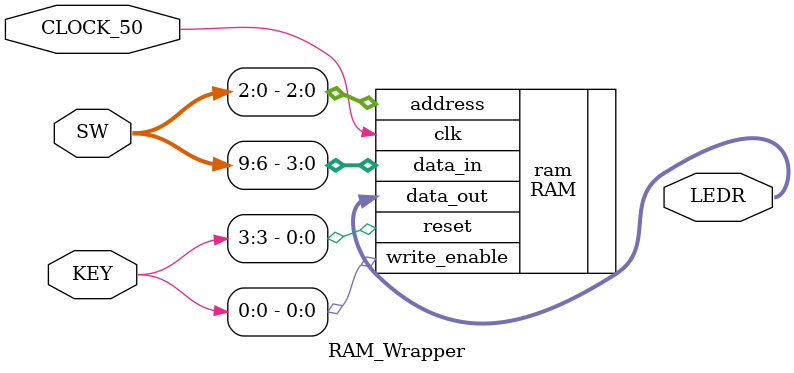
<source format=v>
module RAM_Wrapper(
	input [9:0] SW,
	input [3:0] KEY,
	input CLOCK_50,
	output [3:0] LEDR
);

	RAM ram(.data_in(SW[9:6]),
			  .address(SW[2:0]), 
			  .write_enable(KEY[0]), 
			  .reset(KEY[3]), 
			  .clk(CLOCK_50), 
			  .data_out(LEDR));

endmodule
</source>
